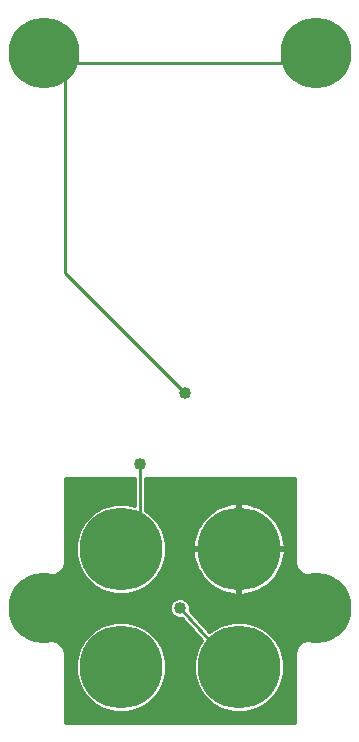
<source format=gbl>
G75*
%MOIN*%
%OFA0B0*%
%FSLAX24Y24*%
%IPPOS*%
%LPD*%
%AMOC8*
5,1,8,0,0,1.08239X$1,22.5*
%
%ADD10C,0.2756*%
%ADD11C,0.0100*%
%ADD12C,0.2362*%
%ADD13C,0.0400*%
D10*
X004874Y003300D03*
X004874Y007237D03*
X008811Y007237D03*
X008811Y003300D03*
D11*
X001904Y004275D02*
X001661Y004415D01*
X001463Y004614D01*
X001322Y004857D01*
X001250Y005128D01*
X001250Y005408D01*
X001322Y005679D01*
X001463Y005922D01*
X001661Y006121D01*
X001904Y006261D01*
X002175Y006334D01*
X002315Y006343D01*
X002612Y006343D01*
X002795Y006419D01*
X002936Y006560D01*
X003012Y006743D01*
X003012Y009599D01*
X005332Y009599D01*
X005332Y008675D01*
X005073Y008745D01*
X004676Y008745D01*
X004292Y008642D01*
X003949Y008443D01*
X003668Y008163D01*
X003469Y007819D01*
X003366Y007435D01*
X003366Y007038D01*
X003469Y006655D01*
X003668Y006311D01*
X003949Y006030D01*
X004292Y005831D01*
X004676Y005729D01*
X005073Y005729D01*
X005456Y005831D01*
X005800Y006030D01*
X006081Y006311D01*
X006280Y006655D01*
X006382Y007038D01*
X006382Y007435D01*
X006280Y007819D01*
X006081Y008163D01*
X005800Y008443D01*
X005692Y008506D01*
X005692Y009599D01*
X010674Y009599D01*
X010674Y006743D01*
X010750Y006560D01*
X010890Y006419D01*
X011074Y006343D01*
X011370Y006343D01*
X011511Y006334D01*
X011782Y006261D01*
X012025Y006121D01*
X012223Y005922D01*
X012363Y005679D01*
X012436Y005408D01*
X012436Y005128D01*
X012363Y004857D01*
X012223Y004614D01*
X012025Y004415D01*
X011782Y004275D01*
X011511Y004203D01*
X011370Y004193D01*
X011074Y004193D01*
X010890Y004117D01*
X010750Y003977D01*
X010674Y003793D01*
X010674Y001437D01*
X003012Y001437D01*
X003012Y003793D01*
X002936Y003977D01*
X002795Y004117D01*
X002612Y004193D01*
X002315Y004193D01*
X002175Y004203D01*
X001904Y004275D01*
X001884Y004286D02*
X003729Y004286D01*
X003668Y004226D02*
X003469Y003882D01*
X003366Y003498D01*
X003366Y003101D01*
X003469Y002718D01*
X003668Y002374D01*
X003949Y002093D01*
X004292Y001894D01*
X004676Y001792D01*
X005073Y001792D01*
X005456Y001894D01*
X005800Y002093D01*
X006081Y002374D01*
X006280Y002718D01*
X006382Y003101D01*
X006382Y003498D01*
X006280Y003882D01*
X006081Y004226D01*
X005800Y004506D01*
X005456Y004705D01*
X005073Y004808D01*
X004676Y004808D01*
X004292Y004705D01*
X003949Y004506D01*
X003668Y004226D01*
X003646Y004188D02*
X002625Y004188D01*
X002823Y004089D02*
X003589Y004089D01*
X003532Y003991D02*
X002922Y003991D01*
X002971Y003892D02*
X003475Y003892D01*
X003446Y003794D02*
X003012Y003794D01*
X003012Y003695D02*
X003419Y003695D01*
X003393Y003597D02*
X003012Y003597D01*
X003012Y003498D02*
X003367Y003498D01*
X003366Y003400D02*
X003012Y003400D01*
X003012Y003301D02*
X003366Y003301D01*
X003366Y003203D02*
X003012Y003203D01*
X003012Y003104D02*
X003366Y003104D01*
X003392Y003006D02*
X003012Y003006D01*
X003012Y002907D02*
X003418Y002907D01*
X003445Y002809D02*
X003012Y002809D01*
X003012Y002710D02*
X003473Y002710D01*
X003530Y002612D02*
X003012Y002612D01*
X003012Y002513D02*
X003587Y002513D01*
X003644Y002415D02*
X003012Y002415D01*
X003012Y002316D02*
X003725Y002316D01*
X003824Y002218D02*
X003012Y002218D01*
X003012Y002119D02*
X003922Y002119D01*
X004073Y002021D02*
X003012Y002021D01*
X003012Y001922D02*
X004244Y001922D01*
X004556Y001824D02*
X003012Y001824D01*
X003012Y001725D02*
X010674Y001725D01*
X010674Y001627D02*
X003012Y001627D01*
X003012Y001528D02*
X010674Y001528D01*
X010674Y001824D02*
X009130Y001824D01*
X009010Y001792D02*
X009393Y001894D01*
X009737Y002093D01*
X010018Y002374D01*
X010217Y002718D01*
X010319Y003101D01*
X010319Y003498D01*
X010217Y003882D01*
X010018Y004226D01*
X009737Y004506D01*
X009393Y004705D01*
X009010Y004808D01*
X008613Y004808D01*
X008229Y004705D01*
X007886Y004506D01*
X007830Y004451D01*
X007165Y005179D01*
X007173Y005199D01*
X007173Y005330D01*
X007123Y005451D01*
X007030Y005544D01*
X006909Y005594D01*
X006777Y005594D01*
X006656Y005544D01*
X006563Y005451D01*
X006513Y005330D01*
X006513Y005199D01*
X006563Y005077D01*
X006656Y004984D01*
X006777Y004934D01*
X006901Y004934D01*
X007583Y004188D01*
X007406Y003882D01*
X007303Y003498D01*
X007303Y003101D01*
X007406Y002718D01*
X007605Y002374D01*
X007886Y002093D01*
X008229Y001894D01*
X008613Y001792D01*
X009010Y001792D01*
X008493Y001824D02*
X005193Y001824D01*
X005505Y001922D02*
X008181Y001922D01*
X008010Y002021D02*
X005676Y002021D01*
X005827Y002119D02*
X007859Y002119D01*
X007761Y002218D02*
X005925Y002218D01*
X006024Y002316D02*
X007662Y002316D01*
X007581Y002415D02*
X006105Y002415D01*
X006162Y002513D02*
X007524Y002513D01*
X007467Y002612D02*
X006219Y002612D01*
X006275Y002710D02*
X007410Y002710D01*
X007382Y002809D02*
X006304Y002809D01*
X006330Y002907D02*
X007355Y002907D01*
X007329Y003006D02*
X006357Y003006D01*
X006382Y003104D02*
X007303Y003104D01*
X007303Y003203D02*
X006382Y003203D01*
X006382Y003301D02*
X007303Y003301D01*
X007303Y003400D02*
X006382Y003400D01*
X006382Y003498D02*
X007304Y003498D01*
X007330Y003597D02*
X006356Y003597D01*
X006330Y003695D02*
X007356Y003695D01*
X007383Y003794D02*
X006303Y003794D01*
X006273Y003892D02*
X007412Y003892D01*
X007469Y003991D02*
X006217Y003991D01*
X006160Y004089D02*
X007526Y004089D01*
X007583Y004188D02*
X006103Y004188D01*
X006020Y004286D02*
X007493Y004286D01*
X007403Y004385D02*
X005922Y004385D01*
X005823Y004483D02*
X007313Y004483D01*
X007223Y004582D02*
X005669Y004582D01*
X005499Y004680D02*
X007133Y004680D01*
X007043Y004779D02*
X005180Y004779D01*
X005204Y005764D02*
X008403Y005764D01*
X008440Y005753D02*
X008587Y005723D01*
X008736Y005709D01*
X008761Y005709D01*
X008761Y007187D01*
X007283Y007187D01*
X007283Y007162D01*
X007298Y007012D01*
X007327Y006865D01*
X007371Y006721D01*
X007428Y006583D01*
X007499Y006450D01*
X007583Y006325D01*
X007678Y006209D01*
X007784Y006103D01*
X007900Y006008D01*
X008025Y005924D01*
X008157Y005854D01*
X008296Y005796D01*
X008440Y005753D01*
X008141Y005862D02*
X005510Y005862D01*
X005681Y005961D02*
X007970Y005961D01*
X007837Y006059D02*
X005830Y006059D01*
X005928Y006158D02*
X007729Y006158D01*
X007639Y006256D02*
X006027Y006256D01*
X006107Y006355D02*
X007563Y006355D01*
X007498Y006453D02*
X006163Y006453D01*
X006220Y006552D02*
X007445Y006552D01*
X007400Y006650D02*
X006277Y006650D01*
X006305Y006749D02*
X007363Y006749D01*
X007333Y006847D02*
X006331Y006847D01*
X006358Y006946D02*
X007311Y006946D01*
X007295Y007044D02*
X006382Y007044D01*
X006382Y007143D02*
X007285Y007143D01*
X007283Y007287D02*
X008761Y007287D01*
X008761Y008765D01*
X008736Y008765D01*
X008587Y008750D01*
X008440Y008721D01*
X008296Y008677D01*
X008157Y008620D01*
X008025Y008549D01*
X007900Y008465D01*
X007784Y008370D01*
X007678Y008264D01*
X007583Y008148D01*
X007499Y008023D01*
X007428Y007891D01*
X007371Y007752D01*
X007327Y007608D01*
X007298Y007461D01*
X007283Y007312D01*
X007283Y007287D01*
X007286Y007340D02*
X006382Y007340D01*
X006381Y007438D02*
X007296Y007438D01*
X007313Y007537D02*
X006355Y007537D01*
X006329Y007635D02*
X007336Y007635D01*
X007366Y007734D02*
X006302Y007734D01*
X006272Y007832D02*
X007404Y007832D01*
X007450Y007931D02*
X006215Y007931D01*
X006158Y008029D02*
X007504Y008029D01*
X007569Y008128D02*
X006101Y008128D01*
X006017Y008226D02*
X007647Y008226D01*
X007739Y008325D02*
X005919Y008325D01*
X005820Y008423D02*
X007849Y008423D01*
X007985Y008522D02*
X005692Y008522D01*
X005692Y008620D02*
X008159Y008620D01*
X008434Y008719D02*
X005692Y008719D01*
X005692Y008817D02*
X010674Y008817D01*
X010674Y008719D02*
X009189Y008719D01*
X009183Y008721D02*
X009036Y008750D01*
X008886Y008765D01*
X008861Y008765D01*
X008861Y007287D01*
X008761Y007287D01*
X008761Y007187D01*
X008861Y007187D01*
X008861Y005709D01*
X008886Y005709D01*
X009036Y005723D01*
X009183Y005753D01*
X009327Y005796D01*
X009465Y005854D01*
X009598Y005924D01*
X009723Y006008D01*
X009839Y006103D01*
X009945Y006209D01*
X010040Y006325D01*
X010124Y006450D01*
X010194Y006583D01*
X010252Y006721D01*
X010295Y006865D01*
X010325Y007012D01*
X010339Y007162D01*
X010339Y007187D01*
X008861Y007187D01*
X008861Y007287D01*
X010339Y007287D01*
X010339Y007312D01*
X010325Y007461D01*
X010295Y007608D01*
X010252Y007752D01*
X010194Y007891D01*
X010124Y008023D01*
X010040Y008148D01*
X009945Y008264D01*
X009839Y008370D01*
X009723Y008465D01*
X009598Y008549D01*
X009465Y008620D01*
X009327Y008677D01*
X009183Y008721D01*
X009463Y008620D02*
X010674Y008620D01*
X010674Y008522D02*
X009638Y008522D01*
X009774Y008423D02*
X010674Y008423D01*
X010674Y008325D02*
X009884Y008325D01*
X009976Y008226D02*
X010674Y008226D01*
X010674Y008128D02*
X010054Y008128D01*
X010119Y008029D02*
X010674Y008029D01*
X010674Y007931D02*
X010173Y007931D01*
X010218Y007832D02*
X010674Y007832D01*
X010674Y007734D02*
X010257Y007734D01*
X010287Y007635D02*
X010674Y007635D01*
X010674Y007537D02*
X010310Y007537D01*
X010327Y007438D02*
X010674Y007438D01*
X010674Y007340D02*
X010337Y007340D01*
X010338Y007143D02*
X010674Y007143D01*
X010674Y007241D02*
X008861Y007241D01*
X008861Y007143D02*
X008761Y007143D01*
X008761Y007241D02*
X006382Y007241D01*
X006711Y005567D02*
X001292Y005567D01*
X001319Y005665D02*
X012367Y005665D01*
X012394Y005567D02*
X006974Y005567D01*
X007105Y005468D02*
X012420Y005468D01*
X012436Y005370D02*
X007156Y005370D01*
X007173Y005271D02*
X012436Y005271D01*
X012436Y005173D02*
X007170Y005173D01*
X007260Y005074D02*
X012422Y005074D01*
X012395Y004976D02*
X007350Y004976D01*
X007440Y004877D02*
X012369Y004877D01*
X012318Y004779D02*
X009117Y004779D01*
X009436Y004680D02*
X012262Y004680D01*
X012191Y004582D02*
X009606Y004582D01*
X009760Y004483D02*
X012093Y004483D01*
X011972Y004385D02*
X009859Y004385D01*
X009957Y004286D02*
X011801Y004286D01*
X012315Y005764D02*
X009220Y005764D01*
X009482Y005862D02*
X012258Y005862D01*
X012185Y005961D02*
X009652Y005961D01*
X009786Y006059D02*
X012086Y006059D01*
X011961Y006158D02*
X009894Y006158D01*
X009984Y006256D02*
X011790Y006256D01*
X011045Y006355D02*
X010060Y006355D01*
X010125Y006453D02*
X010856Y006453D01*
X010758Y006552D02*
X010178Y006552D01*
X010222Y006650D02*
X010712Y006650D01*
X010674Y006749D02*
X010260Y006749D01*
X010290Y006847D02*
X010674Y006847D01*
X010674Y006946D02*
X010311Y006946D01*
X010328Y007044D02*
X010674Y007044D01*
X010674Y008916D02*
X005692Y008916D01*
X005692Y009014D02*
X010674Y009014D01*
X010674Y009113D02*
X005692Y009113D01*
X005692Y009211D02*
X010674Y009211D01*
X010674Y009310D02*
X005692Y009310D01*
X005692Y009408D02*
X010674Y009408D01*
X010674Y009507D02*
X005692Y009507D01*
X005512Y010056D02*
X005512Y007237D01*
X004874Y007237D01*
X004239Y005862D02*
X001428Y005862D01*
X001371Y005764D02*
X004544Y005764D01*
X004569Y004779D02*
X001367Y004779D01*
X001317Y004877D02*
X006952Y004877D01*
X006843Y005264D02*
X008512Y003437D01*
X008811Y003300D01*
X008506Y004779D02*
X007530Y004779D01*
X007620Y004680D02*
X008187Y004680D01*
X008017Y004582D02*
X007710Y004582D01*
X007800Y004483D02*
X007863Y004483D01*
X008761Y005764D02*
X008861Y005764D01*
X008861Y005862D02*
X008761Y005862D01*
X008761Y005961D02*
X008861Y005961D01*
X008861Y006059D02*
X008761Y006059D01*
X008761Y006158D02*
X008861Y006158D01*
X008861Y006256D02*
X008761Y006256D01*
X008761Y006355D02*
X008861Y006355D01*
X008861Y006453D02*
X008761Y006453D01*
X008761Y006552D02*
X008861Y006552D01*
X008861Y006650D02*
X008761Y006650D01*
X008761Y006749D02*
X008861Y006749D01*
X008861Y006847D02*
X008761Y006847D01*
X008761Y006946D02*
X008861Y006946D01*
X008861Y007044D02*
X008761Y007044D01*
X008761Y007340D02*
X008861Y007340D01*
X008861Y007438D02*
X008761Y007438D01*
X008761Y007537D02*
X008861Y007537D01*
X008861Y007635D02*
X008761Y007635D01*
X008761Y007734D02*
X008861Y007734D01*
X008861Y007832D02*
X008761Y007832D01*
X008761Y007931D02*
X008861Y007931D01*
X008861Y008029D02*
X008761Y008029D01*
X008761Y008128D02*
X008861Y008128D01*
X008861Y008226D02*
X008761Y008226D01*
X008761Y008325D02*
X008861Y008325D01*
X008861Y008423D02*
X008761Y008423D01*
X008761Y008522D02*
X008861Y008522D01*
X008861Y008620D02*
X008761Y008620D01*
X008761Y008719D02*
X008861Y008719D01*
X007012Y012437D02*
X003012Y016437D01*
X003012Y023437D01*
X002315Y023772D01*
X002512Y023437D01*
X003012Y023437D01*
X011012Y023437D01*
X011370Y023772D01*
X005332Y009507D02*
X003012Y009507D01*
X003012Y009408D02*
X005332Y009408D01*
X005332Y009310D02*
X003012Y009310D01*
X003012Y009211D02*
X005332Y009211D01*
X005332Y009113D02*
X003012Y009113D01*
X003012Y009014D02*
X005332Y009014D01*
X005332Y008916D02*
X003012Y008916D01*
X003012Y008817D02*
X005332Y008817D01*
X005332Y008719D02*
X005169Y008719D01*
X004580Y008719D02*
X003012Y008719D01*
X003012Y008620D02*
X004255Y008620D01*
X004085Y008522D02*
X003012Y008522D01*
X003012Y008423D02*
X003929Y008423D01*
X003830Y008325D02*
X003012Y008325D01*
X003012Y008226D02*
X003732Y008226D01*
X003648Y008128D02*
X003012Y008128D01*
X003012Y008029D02*
X003591Y008029D01*
X003534Y007931D02*
X003012Y007931D01*
X003012Y007832D02*
X003477Y007832D01*
X003447Y007734D02*
X003012Y007734D01*
X003012Y007635D02*
X003420Y007635D01*
X003394Y007537D02*
X003012Y007537D01*
X003012Y007438D02*
X003367Y007438D01*
X003366Y007340D02*
X003012Y007340D01*
X003012Y007241D02*
X003366Y007241D01*
X003366Y007143D02*
X003012Y007143D01*
X003012Y007044D02*
X003366Y007044D01*
X003391Y006946D02*
X003012Y006946D01*
X003012Y006847D02*
X003418Y006847D01*
X003444Y006749D02*
X003012Y006749D01*
X002974Y006650D02*
X003472Y006650D01*
X003528Y006552D02*
X002928Y006552D01*
X002830Y006453D02*
X003585Y006453D01*
X003642Y006355D02*
X002641Y006355D01*
X001896Y006256D02*
X003722Y006256D01*
X003821Y006158D02*
X001725Y006158D01*
X001600Y006059D02*
X003919Y006059D01*
X004068Y005961D02*
X001501Y005961D01*
X001266Y005468D02*
X006580Y005468D01*
X006530Y005370D02*
X001250Y005370D01*
X001250Y005271D02*
X006513Y005271D01*
X006524Y005173D02*
X001250Y005173D01*
X001264Y005074D02*
X006566Y005074D01*
X006677Y004976D02*
X001290Y004976D01*
X001424Y004680D02*
X004250Y004680D01*
X004080Y004582D02*
X001495Y004582D01*
X001593Y004483D02*
X003926Y004483D01*
X003827Y004385D02*
X001714Y004385D01*
X009442Y001922D02*
X010674Y001922D01*
X010674Y002021D02*
X009613Y002021D01*
X009764Y002119D02*
X010674Y002119D01*
X010674Y002218D02*
X009862Y002218D01*
X009961Y002316D02*
X010674Y002316D01*
X010674Y002415D02*
X010042Y002415D01*
X010099Y002513D02*
X010674Y002513D01*
X010674Y002612D02*
X010156Y002612D01*
X010212Y002710D02*
X010674Y002710D01*
X010674Y002809D02*
X010241Y002809D01*
X010267Y002907D02*
X010674Y002907D01*
X010674Y003006D02*
X010294Y003006D01*
X010319Y003104D02*
X010674Y003104D01*
X010674Y003203D02*
X010319Y003203D01*
X010319Y003301D02*
X010674Y003301D01*
X010674Y003400D02*
X010319Y003400D01*
X010319Y003498D02*
X010674Y003498D01*
X010674Y003597D02*
X010293Y003597D01*
X010267Y003695D02*
X010674Y003695D01*
X010674Y003794D02*
X010240Y003794D01*
X010210Y003892D02*
X010715Y003892D01*
X010764Y003991D02*
X010154Y003991D01*
X010097Y004089D02*
X010863Y004089D01*
X011061Y004188D02*
X010040Y004188D01*
D12*
X011370Y005268D03*
X011370Y023772D03*
X002315Y023772D03*
X002315Y005268D03*
D13*
X005512Y010056D03*
X007012Y012437D03*
X009012Y008937D03*
X006843Y005264D03*
M02*

</source>
